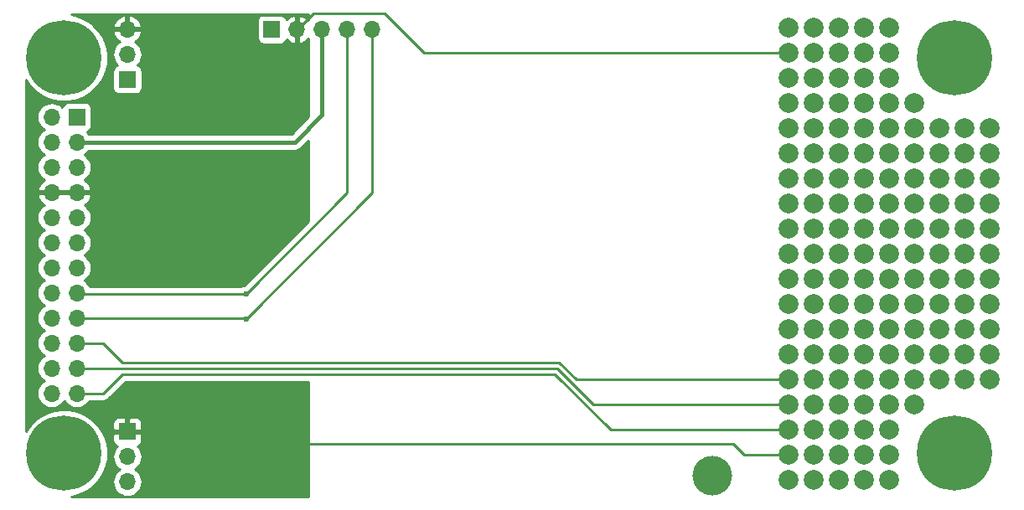
<source format=gbr>
G04 #@! TF.FileFunction,Copper,L2,Bot,Signal*
%FSLAX46Y46*%
G04 Gerber Fmt 4.6, Leading zero omitted, Abs format (unit mm)*
G04 Created by KiCad (PCBNEW 4.0.6) date 06/28/17 13:30:46*
%MOMM*%
%LPD*%
G01*
G04 APERTURE LIST*
%ADD10C,0.100000*%
%ADD11C,4.000000*%
%ADD12C,2.000000*%
%ADD13R,1.700000X1.700000*%
%ADD14O,1.700000X1.700000*%
%ADD15C,7.600000*%
%ADD16C,0.600000*%
%ADD17C,0.450000*%
%ADD18C,0.250000*%
%ADD19C,0.254000*%
G04 APERTURE END LIST*
D10*
D11*
X166090000Y-122830000D03*
D12*
X183960000Y-123320000D03*
X181420000Y-123320000D03*
X178880000Y-123320000D03*
X176340000Y-123320000D03*
X173800000Y-123320000D03*
X183960000Y-120780000D03*
X181420000Y-120780000D03*
X178880000Y-120780000D03*
X176340000Y-120780000D03*
X173800000Y-120780000D03*
X183960000Y-118240000D03*
X181420000Y-118240000D03*
X178880000Y-118240000D03*
X176340000Y-118240000D03*
X173800000Y-118240000D03*
X186500000Y-115700000D03*
X183960000Y-115700000D03*
X181420000Y-115700000D03*
X178880000Y-115700000D03*
X176340000Y-115700000D03*
X173800000Y-115700000D03*
X194120000Y-113160000D03*
X191580000Y-113160000D03*
X189040000Y-113160000D03*
X186500000Y-113160000D03*
X183960000Y-113160000D03*
X181420000Y-113160000D03*
X178880000Y-113160000D03*
X176340000Y-113160000D03*
X173800000Y-113160000D03*
X194120000Y-110620000D03*
X191580000Y-110620000D03*
X189040000Y-110620000D03*
X186500000Y-110620000D03*
X183960000Y-110620000D03*
X181420000Y-110620000D03*
X178880000Y-110620000D03*
X176340000Y-110620000D03*
X173800000Y-110620000D03*
X194120000Y-108080000D03*
X191580000Y-108080000D03*
X189040000Y-108080000D03*
X186500000Y-108080000D03*
X183960000Y-108080000D03*
X181420000Y-108080000D03*
X178880000Y-108080000D03*
X176340000Y-108080000D03*
X173800000Y-108080000D03*
X194120000Y-105540000D03*
X191580000Y-105540000D03*
X189040000Y-105540000D03*
X186500000Y-105540000D03*
X183960000Y-105540000D03*
X181420000Y-105540000D03*
X178880000Y-105540000D03*
X176340000Y-105540000D03*
X173800000Y-105540000D03*
X194120000Y-103000000D03*
X191580000Y-103000000D03*
X189040000Y-103000000D03*
X186500000Y-103000000D03*
X183960000Y-103000000D03*
X181420000Y-103000000D03*
X178880000Y-103000000D03*
X176340000Y-103000000D03*
X173800000Y-103000000D03*
X194120000Y-100460000D03*
X191580000Y-100460000D03*
X189040000Y-100460000D03*
X186500000Y-100460000D03*
X183960000Y-100460000D03*
X181420000Y-100460000D03*
X178880000Y-100460000D03*
X176340000Y-100460000D03*
X173800000Y-100460000D03*
X194120000Y-97920000D03*
X191580000Y-97920000D03*
X189040000Y-97920000D03*
X186500000Y-97920000D03*
X183960000Y-97920000D03*
X181420000Y-97920000D03*
X178880000Y-97920000D03*
X176340000Y-97920000D03*
X173800000Y-97920000D03*
X194120000Y-95380000D03*
X191580000Y-95380000D03*
X189040000Y-95380000D03*
X186500000Y-95380000D03*
X183960000Y-95380000D03*
X181420000Y-95380000D03*
X178880000Y-95380000D03*
X176340000Y-95380000D03*
X173800000Y-95380000D03*
X194120000Y-92840000D03*
X191580000Y-92840000D03*
X189040000Y-92840000D03*
X186500000Y-92840000D03*
X183960000Y-92840000D03*
X181420000Y-92840000D03*
X178880000Y-92840000D03*
X176340000Y-92840000D03*
X173800000Y-92840000D03*
X194120000Y-90300000D03*
X191580000Y-90300000D03*
X189040000Y-90300000D03*
X186500000Y-90300000D03*
X183960000Y-90300000D03*
X181420000Y-90300000D03*
X178880000Y-90300000D03*
X176340000Y-90300000D03*
X173800000Y-90300000D03*
X194120000Y-87760000D03*
X191580000Y-87760000D03*
X189040000Y-87760000D03*
X186500000Y-87760000D03*
X183960000Y-87760000D03*
X181420000Y-87760000D03*
X178880000Y-87760000D03*
X176340000Y-87760000D03*
X173800000Y-87760000D03*
X186500000Y-85220000D03*
X183960000Y-85220000D03*
X181420000Y-85220000D03*
X178880000Y-85220000D03*
X176340000Y-85220000D03*
X173800000Y-85220000D03*
X183960000Y-82680000D03*
X181420000Y-82680000D03*
X178880000Y-82680000D03*
X176340000Y-82680000D03*
X173800000Y-82680000D03*
X183960000Y-80140000D03*
X181420000Y-80140000D03*
X178880000Y-80140000D03*
X176340000Y-80140000D03*
X173800000Y-80140000D03*
X183960000Y-77600000D03*
X181420000Y-77600000D03*
X178880000Y-77600000D03*
X176340000Y-77600000D03*
D13*
X101900000Y-86600000D03*
D14*
X99360000Y-86600000D03*
X101900000Y-89140000D03*
X99360000Y-89140000D03*
X101900000Y-91680000D03*
X99360000Y-91680000D03*
X101900000Y-94220000D03*
X99360000Y-94220000D03*
X101900000Y-96760000D03*
X99360000Y-96760000D03*
X101900000Y-99300000D03*
X99360000Y-99300000D03*
X101900000Y-101840000D03*
X99360000Y-101840000D03*
X101900000Y-104380000D03*
X99360000Y-104380000D03*
X101900000Y-106920000D03*
X99360000Y-106920000D03*
X101900000Y-109460000D03*
X99360000Y-109460000D03*
X101900000Y-112000000D03*
X99360000Y-112000000D03*
X101900000Y-114540000D03*
X99360000Y-114540000D03*
D13*
X107000000Y-82800000D03*
D14*
X107000000Y-80260000D03*
X107000000Y-77720000D03*
D13*
X121600000Y-77740000D03*
D14*
X124140000Y-77740000D03*
X126680000Y-77740000D03*
X129220000Y-77740000D03*
X131760000Y-77740000D03*
D13*
X107000000Y-118400000D03*
D14*
X107000000Y-120940000D03*
X107000000Y-123480000D03*
D15*
X190600000Y-80600000D03*
X190600000Y-120600000D03*
X100600000Y-120600000D03*
X100600000Y-80600000D03*
D12*
X173800000Y-77600000D03*
D16*
X111300000Y-84900000D03*
X120200000Y-116700000D03*
X123300000Y-116100000D03*
X116800000Y-120500000D03*
X118800000Y-78100000D03*
X119000000Y-107000000D03*
X119000000Y-104500000D03*
D17*
X126680000Y-77740000D02*
X126680000Y-86380000D01*
X123920000Y-89140000D02*
X101900000Y-89140000D01*
X126680000Y-86380000D02*
X123920000Y-89140000D01*
D18*
X124140000Y-77740000D02*
X124180000Y-77740000D01*
X124180000Y-77740000D02*
X125780000Y-76140000D01*
X137020000Y-80140000D02*
X173800000Y-80140000D01*
X133020000Y-76140000D02*
X137020000Y-80140000D01*
X125780000Y-76140000D02*
X133020000Y-76140000D01*
X173800000Y-120780000D02*
X169310000Y-120780000D01*
X121970000Y-119660000D02*
X121920000Y-119710000D01*
X168190000Y-119660000D02*
X121970000Y-119660000D01*
X169310000Y-120780000D02*
X168190000Y-119660000D01*
X124140000Y-77740000D02*
X124140000Y-77260000D01*
X131760000Y-77740000D02*
X131760000Y-94240000D01*
X131760000Y-94240000D02*
X119000000Y-107000000D01*
X101900000Y-106920000D02*
X118920000Y-106920000D01*
X118920000Y-106920000D02*
X119000000Y-107000000D01*
X101900000Y-106920000D02*
X101900000Y-106900000D01*
X102020000Y-104500000D02*
X119000000Y-104500000D01*
X129220000Y-94280000D02*
X119000000Y-104500000D01*
X129220000Y-94280000D02*
X129220000Y-77740000D01*
X102020000Y-104500000D02*
X101900000Y-104380000D01*
X101900000Y-109460000D02*
X104560000Y-109460000D01*
X152360000Y-113160000D02*
X173800000Y-113160000D01*
X150600000Y-111400000D02*
X152360000Y-113160000D01*
X106500000Y-111400000D02*
X150600000Y-111400000D01*
X104560000Y-109460000D02*
X106500000Y-111400000D01*
X140800000Y-112000000D02*
X150400000Y-112000000D01*
X154100000Y-115700000D02*
X173800000Y-115700000D01*
X150400000Y-112000000D02*
X154100000Y-115700000D01*
X101900000Y-112000000D02*
X140800000Y-112000000D01*
X141100000Y-112600000D02*
X150200000Y-112600000D01*
X155840000Y-118240000D02*
X173800000Y-118240000D01*
X150200000Y-112600000D02*
X155840000Y-118240000D01*
X101900000Y-114540000D02*
X104560000Y-114540000D01*
X106500000Y-112600000D02*
X141100000Y-112600000D01*
X104560000Y-114540000D02*
X106500000Y-112600000D01*
X101900000Y-114540000D02*
X102160000Y-114540000D01*
D19*
G36*
X125273000Y-76789664D02*
X125140269Y-76642412D01*
X124906920Y-76468359D01*
X124644099Y-76343175D01*
X124496890Y-76298524D01*
X124267000Y-76419845D01*
X124267000Y-77613000D01*
X124287000Y-77613000D01*
X124287000Y-77867000D01*
X124267000Y-77867000D01*
X124267000Y-79060155D01*
X124496890Y-79181476D01*
X124644099Y-79136825D01*
X124906920Y-79011641D01*
X125140269Y-78837588D01*
X125273000Y-78690336D01*
X125273000Y-86570776D01*
X123563776Y-88280000D01*
X103112096Y-88280000D01*
X102968177Y-88101000D01*
X102918349Y-88059189D01*
X103022634Y-88026894D01*
X103172559Y-87928100D01*
X103289025Y-87791450D01*
X103362810Y-87627763D01*
X103388072Y-87450000D01*
X103388072Y-85750000D01*
X103380008Y-85648879D01*
X103326894Y-85477366D01*
X103228100Y-85327441D01*
X103091450Y-85210975D01*
X102927763Y-85137190D01*
X102750000Y-85111928D01*
X101050000Y-85111928D01*
X100948879Y-85119992D01*
X100777366Y-85173106D01*
X100627441Y-85271900D01*
X100510975Y-85408550D01*
X100437198Y-85572220D01*
X100428177Y-85561000D01*
X100206161Y-85374706D01*
X99952189Y-85235084D01*
X99675934Y-85147451D01*
X99387919Y-85115145D01*
X99367185Y-85115000D01*
X99352815Y-85115000D01*
X99064377Y-85143282D01*
X98786925Y-85227049D01*
X98531029Y-85363112D01*
X98306433Y-85546287D01*
X98121694Y-85769599D01*
X97983848Y-86024539D01*
X97898146Y-86301399D01*
X97867851Y-86589633D01*
X97894118Y-86878261D01*
X97975947Y-87156291D01*
X98110220Y-87413131D01*
X98291823Y-87639000D01*
X98513839Y-87825294D01*
X98594247Y-87869498D01*
X98531029Y-87903112D01*
X98306433Y-88086287D01*
X98121694Y-88309599D01*
X97983848Y-88564539D01*
X97898146Y-88841399D01*
X97867851Y-89129633D01*
X97894118Y-89418261D01*
X97975947Y-89696291D01*
X98110220Y-89953131D01*
X98291823Y-90179000D01*
X98513839Y-90365294D01*
X98594247Y-90409498D01*
X98531029Y-90443112D01*
X98306433Y-90626287D01*
X98121694Y-90849599D01*
X97983848Y-91104539D01*
X97898146Y-91381399D01*
X97867851Y-91669633D01*
X97894118Y-91958261D01*
X97975947Y-92236291D01*
X98110220Y-92493131D01*
X98291823Y-92719000D01*
X98513839Y-92905294D01*
X98599889Y-92952600D01*
X98478645Y-93024822D01*
X98262412Y-93219731D01*
X98088359Y-93453080D01*
X97963175Y-93715901D01*
X97918524Y-93863110D01*
X98039845Y-94093000D01*
X99233000Y-94093000D01*
X99233000Y-94073000D01*
X99487000Y-94073000D01*
X99487000Y-94093000D01*
X101773000Y-94093000D01*
X101773000Y-94073000D01*
X102027000Y-94073000D01*
X102027000Y-94093000D01*
X103220155Y-94093000D01*
X103341476Y-93863110D01*
X103296825Y-93715901D01*
X103171641Y-93453080D01*
X102997588Y-93219731D01*
X102781355Y-93024822D01*
X102660910Y-92953077D01*
X102728971Y-92916888D01*
X102953567Y-92733713D01*
X103138306Y-92510401D01*
X103276152Y-92255461D01*
X103361854Y-91978601D01*
X103392149Y-91690367D01*
X103365882Y-91401739D01*
X103284053Y-91123709D01*
X103149780Y-90866869D01*
X102968177Y-90641000D01*
X102746161Y-90454706D01*
X102665753Y-90410502D01*
X102728971Y-90376888D01*
X102953567Y-90193713D01*
X103113820Y-90000000D01*
X123920000Y-90000000D01*
X123999008Y-89992253D01*
X124078198Y-89985325D01*
X124082546Y-89984062D01*
X124087042Y-89983621D01*
X124163073Y-89960666D01*
X124239376Y-89938498D01*
X124243389Y-89936418D01*
X124247721Y-89935110D01*
X124317862Y-89897815D01*
X124388390Y-89861257D01*
X124391927Y-89858434D01*
X124395917Y-89856312D01*
X124457457Y-89806121D01*
X124519562Y-89756543D01*
X124525858Y-89750334D01*
X124525985Y-89750231D01*
X124526082Y-89750114D01*
X124528112Y-89748112D01*
X125273000Y-89003224D01*
X125273000Y-97152198D01*
X118848128Y-103577070D01*
X118734733Y-103598701D01*
X118564722Y-103667390D01*
X118453763Y-103740000D01*
X103240291Y-103740000D01*
X103149780Y-103566869D01*
X102968177Y-103341000D01*
X102746161Y-103154706D01*
X102665753Y-103110502D01*
X102728971Y-103076888D01*
X102953567Y-102893713D01*
X103138306Y-102670401D01*
X103276152Y-102415461D01*
X103361854Y-102138601D01*
X103392149Y-101850367D01*
X103365882Y-101561739D01*
X103284053Y-101283709D01*
X103149780Y-101026869D01*
X102968177Y-100801000D01*
X102746161Y-100614706D01*
X102665753Y-100570502D01*
X102728971Y-100536888D01*
X102953567Y-100353713D01*
X103138306Y-100130401D01*
X103276152Y-99875461D01*
X103361854Y-99598601D01*
X103392149Y-99310367D01*
X103365882Y-99021739D01*
X103284053Y-98743709D01*
X103149780Y-98486869D01*
X102968177Y-98261000D01*
X102746161Y-98074706D01*
X102665753Y-98030502D01*
X102728971Y-97996888D01*
X102953567Y-97813713D01*
X103138306Y-97590401D01*
X103276152Y-97335461D01*
X103361854Y-97058601D01*
X103392149Y-96770367D01*
X103365882Y-96481739D01*
X103284053Y-96203709D01*
X103149780Y-95946869D01*
X102968177Y-95721000D01*
X102746161Y-95534706D01*
X102660111Y-95487400D01*
X102781355Y-95415178D01*
X102997588Y-95220269D01*
X103171641Y-94986920D01*
X103296825Y-94724099D01*
X103341476Y-94576890D01*
X103220155Y-94347000D01*
X102027000Y-94347000D01*
X102027000Y-94367000D01*
X101773000Y-94367000D01*
X101773000Y-94347000D01*
X99487000Y-94347000D01*
X99487000Y-94367000D01*
X99233000Y-94367000D01*
X99233000Y-94347000D01*
X98039845Y-94347000D01*
X97918524Y-94576890D01*
X97963175Y-94724099D01*
X98088359Y-94986920D01*
X98262412Y-95220269D01*
X98478645Y-95415178D01*
X98599090Y-95486923D01*
X98531029Y-95523112D01*
X98306433Y-95706287D01*
X98121694Y-95929599D01*
X97983848Y-96184539D01*
X97898146Y-96461399D01*
X97867851Y-96749633D01*
X97894118Y-97038261D01*
X97975947Y-97316291D01*
X98110220Y-97573131D01*
X98291823Y-97799000D01*
X98513839Y-97985294D01*
X98594247Y-98029498D01*
X98531029Y-98063112D01*
X98306433Y-98246287D01*
X98121694Y-98469599D01*
X97983848Y-98724539D01*
X97898146Y-99001399D01*
X97867851Y-99289633D01*
X97894118Y-99578261D01*
X97975947Y-99856291D01*
X98110220Y-100113131D01*
X98291823Y-100339000D01*
X98513839Y-100525294D01*
X98594247Y-100569498D01*
X98531029Y-100603112D01*
X98306433Y-100786287D01*
X98121694Y-101009599D01*
X97983848Y-101264539D01*
X97898146Y-101541399D01*
X97867851Y-101829633D01*
X97894118Y-102118261D01*
X97975947Y-102396291D01*
X98110220Y-102653131D01*
X98291823Y-102879000D01*
X98513839Y-103065294D01*
X98594247Y-103109498D01*
X98531029Y-103143112D01*
X98306433Y-103326287D01*
X98121694Y-103549599D01*
X97983848Y-103804539D01*
X97898146Y-104081399D01*
X97867851Y-104369633D01*
X97894118Y-104658261D01*
X97975947Y-104936291D01*
X98110220Y-105193131D01*
X98291823Y-105419000D01*
X98513839Y-105605294D01*
X98594247Y-105649498D01*
X98531029Y-105683112D01*
X98306433Y-105866287D01*
X98121694Y-106089599D01*
X97983848Y-106344539D01*
X97898146Y-106621399D01*
X97867851Y-106909633D01*
X97894118Y-107198261D01*
X97975947Y-107476291D01*
X98110220Y-107733131D01*
X98291823Y-107959000D01*
X98513839Y-108145294D01*
X98594247Y-108189498D01*
X98531029Y-108223112D01*
X98306433Y-108406287D01*
X98121694Y-108629599D01*
X97983848Y-108884539D01*
X97898146Y-109161399D01*
X97867851Y-109449633D01*
X97894118Y-109738261D01*
X97975947Y-110016291D01*
X98110220Y-110273131D01*
X98291823Y-110499000D01*
X98513839Y-110685294D01*
X98594247Y-110729498D01*
X98531029Y-110763112D01*
X98306433Y-110946287D01*
X98121694Y-111169599D01*
X97983848Y-111424539D01*
X97898146Y-111701399D01*
X97867851Y-111989633D01*
X97894118Y-112278261D01*
X97975947Y-112556291D01*
X98110220Y-112813131D01*
X98291823Y-113039000D01*
X98513839Y-113225294D01*
X98594247Y-113269498D01*
X98531029Y-113303112D01*
X98306433Y-113486287D01*
X98121694Y-113709599D01*
X97983848Y-113964539D01*
X97898146Y-114241399D01*
X97867851Y-114529633D01*
X97894118Y-114818261D01*
X97975947Y-115096291D01*
X98110220Y-115353131D01*
X98291823Y-115579000D01*
X98513839Y-115765294D01*
X98767811Y-115904916D01*
X99044066Y-115992549D01*
X99332081Y-116024855D01*
X99352815Y-116025000D01*
X99367185Y-116025000D01*
X99655623Y-115996718D01*
X99933075Y-115912951D01*
X100188971Y-115776888D01*
X100413567Y-115593713D01*
X100598306Y-115370401D01*
X100629290Y-115313097D01*
X100650220Y-115353131D01*
X100831823Y-115579000D01*
X101053839Y-115765294D01*
X101307811Y-115904916D01*
X101584066Y-115992549D01*
X101872081Y-116024855D01*
X101892815Y-116025000D01*
X101907185Y-116025000D01*
X102195623Y-115996718D01*
X102473075Y-115912951D01*
X102728971Y-115776888D01*
X102953567Y-115593713D01*
X103138306Y-115370401D01*
X103176372Y-115300000D01*
X104560000Y-115300000D01*
X104629877Y-115293149D01*
X104699803Y-115287031D01*
X104703641Y-115285916D01*
X104707618Y-115285526D01*
X104774821Y-115265236D01*
X104842240Y-115245649D01*
X104845788Y-115243810D01*
X104849613Y-115242655D01*
X104911591Y-115209701D01*
X104973925Y-115177390D01*
X104977048Y-115174897D01*
X104980578Y-115173020D01*
X105034987Y-115128645D01*
X105089846Y-115084852D01*
X105095406Y-115079369D01*
X105095522Y-115079274D01*
X105095611Y-115079166D01*
X105097401Y-115077401D01*
X106814802Y-113360000D01*
X125273000Y-113360000D01*
X125273000Y-124973000D01*
X101340726Y-124973000D01*
X101798430Y-124892294D01*
X102609317Y-124577772D01*
X103343670Y-124111738D01*
X103973517Y-123511942D01*
X104474869Y-122801232D01*
X104828627Y-122006677D01*
X105021318Y-121158542D01*
X105024514Y-120929633D01*
X105507851Y-120929633D01*
X105534118Y-121218261D01*
X105615947Y-121496291D01*
X105750220Y-121753131D01*
X105931823Y-121979000D01*
X106153839Y-122165294D01*
X106234247Y-122209498D01*
X106171029Y-122243112D01*
X105946433Y-122426287D01*
X105761694Y-122649599D01*
X105623848Y-122904539D01*
X105538146Y-123181399D01*
X105507851Y-123469633D01*
X105534118Y-123758261D01*
X105615947Y-124036291D01*
X105750220Y-124293131D01*
X105931823Y-124519000D01*
X106153839Y-124705294D01*
X106407811Y-124844916D01*
X106684066Y-124932549D01*
X106972081Y-124964855D01*
X106992815Y-124965000D01*
X107007185Y-124965000D01*
X107295623Y-124936718D01*
X107573075Y-124852951D01*
X107828971Y-124716888D01*
X108053567Y-124533713D01*
X108238306Y-124310401D01*
X108376152Y-124055461D01*
X108461854Y-123778601D01*
X108492149Y-123490367D01*
X108465882Y-123201739D01*
X108384053Y-122923709D01*
X108249780Y-122666869D01*
X108068177Y-122441000D01*
X107846161Y-122254706D01*
X107765753Y-122210502D01*
X107828971Y-122176888D01*
X108053567Y-121993713D01*
X108238306Y-121770401D01*
X108376152Y-121515461D01*
X108461854Y-121238601D01*
X108492149Y-120950367D01*
X108465882Y-120661739D01*
X108384053Y-120383709D01*
X108249780Y-120126869D01*
X108068177Y-119901000D01*
X108022939Y-119863041D01*
X108035223Y-119860597D01*
X108150785Y-119812730D01*
X108254789Y-119743237D01*
X108343237Y-119654789D01*
X108412730Y-119550785D01*
X108460597Y-119435223D01*
X108485000Y-119312542D01*
X108485000Y-118685750D01*
X108326250Y-118527000D01*
X107127000Y-118527000D01*
X107127000Y-118547000D01*
X106873000Y-118547000D01*
X106873000Y-118527000D01*
X105673750Y-118527000D01*
X105515000Y-118685750D01*
X105515000Y-119312542D01*
X105539403Y-119435223D01*
X105587270Y-119550785D01*
X105656763Y-119654789D01*
X105745211Y-119743237D01*
X105849215Y-119812730D01*
X105964777Y-119860597D01*
X105975353Y-119862701D01*
X105946433Y-119886287D01*
X105761694Y-120109599D01*
X105623848Y-120364539D01*
X105538146Y-120641399D01*
X105507851Y-120929633D01*
X105024514Y-120929633D01*
X105035190Y-120165126D01*
X104866255Y-119311942D01*
X104534820Y-118507819D01*
X104053508Y-117783387D01*
X103759639Y-117487458D01*
X105515000Y-117487458D01*
X105515000Y-118114250D01*
X105673750Y-118273000D01*
X106873000Y-118273000D01*
X106873000Y-117073750D01*
X107127000Y-117073750D01*
X107127000Y-118273000D01*
X108326250Y-118273000D01*
X108485000Y-118114250D01*
X108485000Y-117487458D01*
X108460597Y-117364777D01*
X108412730Y-117249215D01*
X108343237Y-117145211D01*
X108254789Y-117056763D01*
X108150785Y-116987270D01*
X108035223Y-116939403D01*
X107912542Y-116915000D01*
X107285750Y-116915000D01*
X107127000Y-117073750D01*
X106873000Y-117073750D01*
X106714250Y-116915000D01*
X106087458Y-116915000D01*
X105964777Y-116939403D01*
X105849215Y-116987270D01*
X105745211Y-117056763D01*
X105656763Y-117145211D01*
X105587270Y-117249215D01*
X105539403Y-117364777D01*
X105515000Y-117487458D01*
X103759639Y-117487458D01*
X103440654Y-117166239D01*
X102719600Y-116679882D01*
X101917811Y-116342841D01*
X101065827Y-116167954D01*
X100196100Y-116161882D01*
X99341757Y-116324857D01*
X98535340Y-116650670D01*
X97807566Y-117126912D01*
X97186154Y-117735443D01*
X96727000Y-118406022D01*
X96727000Y-82777696D01*
X97107502Y-83368120D01*
X97711680Y-83993764D01*
X98425873Y-84490141D01*
X99222878Y-84838344D01*
X100072338Y-85025110D01*
X100941895Y-85043325D01*
X101798430Y-84892294D01*
X102609317Y-84577772D01*
X103343670Y-84111738D01*
X103973517Y-83511942D01*
X104474869Y-82801232D01*
X104828627Y-82006677D01*
X105021318Y-81158542D01*
X105034009Y-80249633D01*
X105507851Y-80249633D01*
X105534118Y-80538261D01*
X105615947Y-80816291D01*
X105750220Y-81073131D01*
X105931823Y-81299000D01*
X105981651Y-81340811D01*
X105877366Y-81373106D01*
X105727441Y-81471900D01*
X105610975Y-81608550D01*
X105537190Y-81772237D01*
X105511928Y-81950000D01*
X105511928Y-83650000D01*
X105519992Y-83751121D01*
X105573106Y-83922634D01*
X105671900Y-84072559D01*
X105808550Y-84189025D01*
X105972237Y-84262810D01*
X106150000Y-84288072D01*
X107850000Y-84288072D01*
X107951121Y-84280008D01*
X108122634Y-84226894D01*
X108272559Y-84128100D01*
X108389025Y-83991450D01*
X108462810Y-83827763D01*
X108488072Y-83650000D01*
X108488072Y-81950000D01*
X108480008Y-81848879D01*
X108426894Y-81677366D01*
X108328100Y-81527441D01*
X108191450Y-81410975D01*
X108027763Y-81337190D01*
X108025224Y-81336829D01*
X108053567Y-81313713D01*
X108238306Y-81090401D01*
X108376152Y-80835461D01*
X108461854Y-80558601D01*
X108492149Y-80270367D01*
X108465882Y-79981739D01*
X108384053Y-79703709D01*
X108249780Y-79446869D01*
X108068177Y-79221000D01*
X107846161Y-79034706D01*
X107760111Y-78987400D01*
X107881355Y-78915178D01*
X108097588Y-78720269D01*
X108271641Y-78486920D01*
X108396825Y-78224099D01*
X108441476Y-78076890D01*
X108320155Y-77847000D01*
X107127000Y-77847000D01*
X107127000Y-77867000D01*
X106873000Y-77867000D01*
X106873000Y-77847000D01*
X105679845Y-77847000D01*
X105558524Y-78076890D01*
X105603175Y-78224099D01*
X105728359Y-78486920D01*
X105902412Y-78720269D01*
X106118645Y-78915178D01*
X106239090Y-78986923D01*
X106171029Y-79023112D01*
X105946433Y-79206287D01*
X105761694Y-79429599D01*
X105623848Y-79684539D01*
X105538146Y-79961399D01*
X105507851Y-80249633D01*
X105034009Y-80249633D01*
X105035190Y-80165126D01*
X104866255Y-79311942D01*
X104534820Y-78507819D01*
X104053508Y-77783387D01*
X103636156Y-77363110D01*
X105558524Y-77363110D01*
X105679845Y-77593000D01*
X106873000Y-77593000D01*
X106873000Y-76399186D01*
X107127000Y-76399186D01*
X107127000Y-77593000D01*
X108320155Y-77593000D01*
X108441476Y-77363110D01*
X108396825Y-77215901D01*
X108271641Y-76953080D01*
X108224591Y-76890000D01*
X120111928Y-76890000D01*
X120111928Y-78590000D01*
X120119992Y-78691121D01*
X120173106Y-78862634D01*
X120271900Y-79012559D01*
X120408550Y-79129025D01*
X120572237Y-79202810D01*
X120750000Y-79228072D01*
X122450000Y-79228072D01*
X122551121Y-79220008D01*
X122722634Y-79166894D01*
X122872559Y-79068100D01*
X122989025Y-78931450D01*
X123062810Y-78767763D01*
X123064714Y-78754364D01*
X123139731Y-78837588D01*
X123373080Y-79011641D01*
X123635901Y-79136825D01*
X123783110Y-79181476D01*
X124013000Y-79060155D01*
X124013000Y-77867000D01*
X123993000Y-77867000D01*
X123993000Y-77613000D01*
X124013000Y-77613000D01*
X124013000Y-76419845D01*
X123783110Y-76298524D01*
X123635901Y-76343175D01*
X123373080Y-76468359D01*
X123139731Y-76642412D01*
X123061520Y-76729179D01*
X123026894Y-76617366D01*
X122928100Y-76467441D01*
X122791450Y-76350975D01*
X122627763Y-76277190D01*
X122450000Y-76251928D01*
X120750000Y-76251928D01*
X120648879Y-76259992D01*
X120477366Y-76313106D01*
X120327441Y-76411900D01*
X120210975Y-76548550D01*
X120137190Y-76712237D01*
X120111928Y-76890000D01*
X108224591Y-76890000D01*
X108097588Y-76719731D01*
X107881355Y-76524822D01*
X107631252Y-76375843D01*
X107356891Y-76278519D01*
X107127000Y-76399186D01*
X106873000Y-76399186D01*
X106643109Y-76278519D01*
X106368748Y-76375843D01*
X106118645Y-76524822D01*
X105902412Y-76719731D01*
X105728359Y-76953080D01*
X105603175Y-77215901D01*
X105558524Y-77363110D01*
X103636156Y-77363110D01*
X103440654Y-77166239D01*
X102719600Y-76679882D01*
X101917811Y-76342841D01*
X101353477Y-76227000D01*
X125273000Y-76227000D01*
X125273000Y-76789664D01*
X125273000Y-76789664D01*
G37*
X125273000Y-76789664D02*
X125140269Y-76642412D01*
X124906920Y-76468359D01*
X124644099Y-76343175D01*
X124496890Y-76298524D01*
X124267000Y-76419845D01*
X124267000Y-77613000D01*
X124287000Y-77613000D01*
X124287000Y-77867000D01*
X124267000Y-77867000D01*
X124267000Y-79060155D01*
X124496890Y-79181476D01*
X124644099Y-79136825D01*
X124906920Y-79011641D01*
X125140269Y-78837588D01*
X125273000Y-78690336D01*
X125273000Y-86570776D01*
X123563776Y-88280000D01*
X103112096Y-88280000D01*
X102968177Y-88101000D01*
X102918349Y-88059189D01*
X103022634Y-88026894D01*
X103172559Y-87928100D01*
X103289025Y-87791450D01*
X103362810Y-87627763D01*
X103388072Y-87450000D01*
X103388072Y-85750000D01*
X103380008Y-85648879D01*
X103326894Y-85477366D01*
X103228100Y-85327441D01*
X103091450Y-85210975D01*
X102927763Y-85137190D01*
X102750000Y-85111928D01*
X101050000Y-85111928D01*
X100948879Y-85119992D01*
X100777366Y-85173106D01*
X100627441Y-85271900D01*
X100510975Y-85408550D01*
X100437198Y-85572220D01*
X100428177Y-85561000D01*
X100206161Y-85374706D01*
X99952189Y-85235084D01*
X99675934Y-85147451D01*
X99387919Y-85115145D01*
X99367185Y-85115000D01*
X99352815Y-85115000D01*
X99064377Y-85143282D01*
X98786925Y-85227049D01*
X98531029Y-85363112D01*
X98306433Y-85546287D01*
X98121694Y-85769599D01*
X97983848Y-86024539D01*
X97898146Y-86301399D01*
X97867851Y-86589633D01*
X97894118Y-86878261D01*
X97975947Y-87156291D01*
X98110220Y-87413131D01*
X98291823Y-87639000D01*
X98513839Y-87825294D01*
X98594247Y-87869498D01*
X98531029Y-87903112D01*
X98306433Y-88086287D01*
X98121694Y-88309599D01*
X97983848Y-88564539D01*
X97898146Y-88841399D01*
X97867851Y-89129633D01*
X97894118Y-89418261D01*
X97975947Y-89696291D01*
X98110220Y-89953131D01*
X98291823Y-90179000D01*
X98513839Y-90365294D01*
X98594247Y-90409498D01*
X98531029Y-90443112D01*
X98306433Y-90626287D01*
X98121694Y-90849599D01*
X97983848Y-91104539D01*
X97898146Y-91381399D01*
X97867851Y-91669633D01*
X97894118Y-91958261D01*
X97975947Y-92236291D01*
X98110220Y-92493131D01*
X98291823Y-92719000D01*
X98513839Y-92905294D01*
X98599889Y-92952600D01*
X98478645Y-93024822D01*
X98262412Y-93219731D01*
X98088359Y-93453080D01*
X97963175Y-93715901D01*
X97918524Y-93863110D01*
X98039845Y-94093000D01*
X99233000Y-94093000D01*
X99233000Y-94073000D01*
X99487000Y-94073000D01*
X99487000Y-94093000D01*
X101773000Y-94093000D01*
X101773000Y-94073000D01*
X102027000Y-94073000D01*
X102027000Y-94093000D01*
X103220155Y-94093000D01*
X103341476Y-93863110D01*
X103296825Y-93715901D01*
X103171641Y-93453080D01*
X102997588Y-93219731D01*
X102781355Y-93024822D01*
X102660910Y-92953077D01*
X102728971Y-92916888D01*
X102953567Y-92733713D01*
X103138306Y-92510401D01*
X103276152Y-92255461D01*
X103361854Y-91978601D01*
X103392149Y-91690367D01*
X103365882Y-91401739D01*
X103284053Y-91123709D01*
X103149780Y-90866869D01*
X102968177Y-90641000D01*
X102746161Y-90454706D01*
X102665753Y-90410502D01*
X102728971Y-90376888D01*
X102953567Y-90193713D01*
X103113820Y-90000000D01*
X123920000Y-90000000D01*
X123999008Y-89992253D01*
X124078198Y-89985325D01*
X124082546Y-89984062D01*
X124087042Y-89983621D01*
X124163073Y-89960666D01*
X124239376Y-89938498D01*
X124243389Y-89936418D01*
X124247721Y-89935110D01*
X124317862Y-89897815D01*
X124388390Y-89861257D01*
X124391927Y-89858434D01*
X124395917Y-89856312D01*
X124457457Y-89806121D01*
X124519562Y-89756543D01*
X124525858Y-89750334D01*
X124525985Y-89750231D01*
X124526082Y-89750114D01*
X124528112Y-89748112D01*
X125273000Y-89003224D01*
X125273000Y-97152198D01*
X118848128Y-103577070D01*
X118734733Y-103598701D01*
X118564722Y-103667390D01*
X118453763Y-103740000D01*
X103240291Y-103740000D01*
X103149780Y-103566869D01*
X102968177Y-103341000D01*
X102746161Y-103154706D01*
X102665753Y-103110502D01*
X102728971Y-103076888D01*
X102953567Y-102893713D01*
X103138306Y-102670401D01*
X103276152Y-102415461D01*
X103361854Y-102138601D01*
X103392149Y-101850367D01*
X103365882Y-101561739D01*
X103284053Y-101283709D01*
X103149780Y-101026869D01*
X102968177Y-100801000D01*
X102746161Y-100614706D01*
X102665753Y-100570502D01*
X102728971Y-100536888D01*
X102953567Y-100353713D01*
X103138306Y-100130401D01*
X103276152Y-99875461D01*
X103361854Y-99598601D01*
X103392149Y-99310367D01*
X103365882Y-99021739D01*
X103284053Y-98743709D01*
X103149780Y-98486869D01*
X102968177Y-98261000D01*
X102746161Y-98074706D01*
X102665753Y-98030502D01*
X102728971Y-97996888D01*
X102953567Y-97813713D01*
X103138306Y-97590401D01*
X103276152Y-97335461D01*
X103361854Y-97058601D01*
X103392149Y-96770367D01*
X103365882Y-96481739D01*
X103284053Y-96203709D01*
X103149780Y-95946869D01*
X102968177Y-95721000D01*
X102746161Y-95534706D01*
X102660111Y-95487400D01*
X102781355Y-95415178D01*
X102997588Y-95220269D01*
X103171641Y-94986920D01*
X103296825Y-94724099D01*
X103341476Y-94576890D01*
X103220155Y-94347000D01*
X102027000Y-94347000D01*
X102027000Y-94367000D01*
X101773000Y-94367000D01*
X101773000Y-94347000D01*
X99487000Y-94347000D01*
X99487000Y-94367000D01*
X99233000Y-94367000D01*
X99233000Y-94347000D01*
X98039845Y-94347000D01*
X97918524Y-94576890D01*
X97963175Y-94724099D01*
X98088359Y-94986920D01*
X98262412Y-95220269D01*
X98478645Y-95415178D01*
X98599090Y-95486923D01*
X98531029Y-95523112D01*
X98306433Y-95706287D01*
X98121694Y-95929599D01*
X97983848Y-96184539D01*
X97898146Y-96461399D01*
X97867851Y-96749633D01*
X97894118Y-97038261D01*
X97975947Y-97316291D01*
X98110220Y-97573131D01*
X98291823Y-97799000D01*
X98513839Y-97985294D01*
X98594247Y-98029498D01*
X98531029Y-98063112D01*
X98306433Y-98246287D01*
X98121694Y-98469599D01*
X97983848Y-98724539D01*
X97898146Y-99001399D01*
X97867851Y-99289633D01*
X97894118Y-99578261D01*
X97975947Y-99856291D01*
X98110220Y-100113131D01*
X98291823Y-100339000D01*
X98513839Y-100525294D01*
X98594247Y-100569498D01*
X98531029Y-100603112D01*
X98306433Y-100786287D01*
X98121694Y-101009599D01*
X97983848Y-101264539D01*
X97898146Y-101541399D01*
X97867851Y-101829633D01*
X97894118Y-102118261D01*
X97975947Y-102396291D01*
X98110220Y-102653131D01*
X98291823Y-102879000D01*
X98513839Y-103065294D01*
X98594247Y-103109498D01*
X98531029Y-103143112D01*
X98306433Y-103326287D01*
X98121694Y-103549599D01*
X97983848Y-103804539D01*
X97898146Y-104081399D01*
X97867851Y-104369633D01*
X97894118Y-104658261D01*
X97975947Y-104936291D01*
X98110220Y-105193131D01*
X98291823Y-105419000D01*
X98513839Y-105605294D01*
X98594247Y-105649498D01*
X98531029Y-105683112D01*
X98306433Y-105866287D01*
X98121694Y-106089599D01*
X97983848Y-106344539D01*
X97898146Y-106621399D01*
X97867851Y-106909633D01*
X97894118Y-107198261D01*
X97975947Y-107476291D01*
X98110220Y-107733131D01*
X98291823Y-107959000D01*
X98513839Y-108145294D01*
X98594247Y-108189498D01*
X98531029Y-108223112D01*
X98306433Y-108406287D01*
X98121694Y-108629599D01*
X97983848Y-108884539D01*
X97898146Y-109161399D01*
X97867851Y-109449633D01*
X97894118Y-109738261D01*
X97975947Y-110016291D01*
X98110220Y-110273131D01*
X98291823Y-110499000D01*
X98513839Y-110685294D01*
X98594247Y-110729498D01*
X98531029Y-110763112D01*
X98306433Y-110946287D01*
X98121694Y-111169599D01*
X97983848Y-111424539D01*
X97898146Y-111701399D01*
X97867851Y-111989633D01*
X97894118Y-112278261D01*
X97975947Y-112556291D01*
X98110220Y-112813131D01*
X98291823Y-113039000D01*
X98513839Y-113225294D01*
X98594247Y-113269498D01*
X98531029Y-113303112D01*
X98306433Y-113486287D01*
X98121694Y-113709599D01*
X97983848Y-113964539D01*
X97898146Y-114241399D01*
X97867851Y-114529633D01*
X97894118Y-114818261D01*
X97975947Y-115096291D01*
X98110220Y-115353131D01*
X98291823Y-115579000D01*
X98513839Y-115765294D01*
X98767811Y-115904916D01*
X99044066Y-115992549D01*
X99332081Y-116024855D01*
X99352815Y-116025000D01*
X99367185Y-116025000D01*
X99655623Y-115996718D01*
X99933075Y-115912951D01*
X100188971Y-115776888D01*
X100413567Y-115593713D01*
X100598306Y-115370401D01*
X100629290Y-115313097D01*
X100650220Y-115353131D01*
X100831823Y-115579000D01*
X101053839Y-115765294D01*
X101307811Y-115904916D01*
X101584066Y-115992549D01*
X101872081Y-116024855D01*
X101892815Y-116025000D01*
X101907185Y-116025000D01*
X102195623Y-115996718D01*
X102473075Y-115912951D01*
X102728971Y-115776888D01*
X102953567Y-115593713D01*
X103138306Y-115370401D01*
X103176372Y-115300000D01*
X104560000Y-115300000D01*
X104629877Y-115293149D01*
X104699803Y-115287031D01*
X104703641Y-115285916D01*
X104707618Y-115285526D01*
X104774821Y-115265236D01*
X104842240Y-115245649D01*
X104845788Y-115243810D01*
X104849613Y-115242655D01*
X104911591Y-115209701D01*
X104973925Y-115177390D01*
X104977048Y-115174897D01*
X104980578Y-115173020D01*
X105034987Y-115128645D01*
X105089846Y-115084852D01*
X105095406Y-115079369D01*
X105095522Y-115079274D01*
X105095611Y-115079166D01*
X105097401Y-115077401D01*
X106814802Y-113360000D01*
X125273000Y-113360000D01*
X125273000Y-124973000D01*
X101340726Y-124973000D01*
X101798430Y-124892294D01*
X102609317Y-124577772D01*
X103343670Y-124111738D01*
X103973517Y-123511942D01*
X104474869Y-122801232D01*
X104828627Y-122006677D01*
X105021318Y-121158542D01*
X105024514Y-120929633D01*
X105507851Y-120929633D01*
X105534118Y-121218261D01*
X105615947Y-121496291D01*
X105750220Y-121753131D01*
X105931823Y-121979000D01*
X106153839Y-122165294D01*
X106234247Y-122209498D01*
X106171029Y-122243112D01*
X105946433Y-122426287D01*
X105761694Y-122649599D01*
X105623848Y-122904539D01*
X105538146Y-123181399D01*
X105507851Y-123469633D01*
X105534118Y-123758261D01*
X105615947Y-124036291D01*
X105750220Y-124293131D01*
X105931823Y-124519000D01*
X106153839Y-124705294D01*
X106407811Y-124844916D01*
X106684066Y-124932549D01*
X106972081Y-124964855D01*
X106992815Y-124965000D01*
X107007185Y-124965000D01*
X107295623Y-124936718D01*
X107573075Y-124852951D01*
X107828971Y-124716888D01*
X108053567Y-124533713D01*
X108238306Y-124310401D01*
X108376152Y-124055461D01*
X108461854Y-123778601D01*
X108492149Y-123490367D01*
X108465882Y-123201739D01*
X108384053Y-122923709D01*
X108249780Y-122666869D01*
X108068177Y-122441000D01*
X107846161Y-122254706D01*
X107765753Y-122210502D01*
X107828971Y-122176888D01*
X108053567Y-121993713D01*
X108238306Y-121770401D01*
X108376152Y-121515461D01*
X108461854Y-121238601D01*
X108492149Y-120950367D01*
X108465882Y-120661739D01*
X108384053Y-120383709D01*
X108249780Y-120126869D01*
X108068177Y-119901000D01*
X108022939Y-119863041D01*
X108035223Y-119860597D01*
X108150785Y-119812730D01*
X108254789Y-119743237D01*
X108343237Y-119654789D01*
X108412730Y-119550785D01*
X108460597Y-119435223D01*
X108485000Y-119312542D01*
X108485000Y-118685750D01*
X108326250Y-118527000D01*
X107127000Y-118527000D01*
X107127000Y-118547000D01*
X106873000Y-118547000D01*
X106873000Y-118527000D01*
X105673750Y-118527000D01*
X105515000Y-118685750D01*
X105515000Y-119312542D01*
X105539403Y-119435223D01*
X105587270Y-119550785D01*
X105656763Y-119654789D01*
X105745211Y-119743237D01*
X105849215Y-119812730D01*
X105964777Y-119860597D01*
X105975353Y-119862701D01*
X105946433Y-119886287D01*
X105761694Y-120109599D01*
X105623848Y-120364539D01*
X105538146Y-120641399D01*
X105507851Y-120929633D01*
X105024514Y-120929633D01*
X105035190Y-120165126D01*
X104866255Y-119311942D01*
X104534820Y-118507819D01*
X104053508Y-117783387D01*
X103759639Y-117487458D01*
X105515000Y-117487458D01*
X105515000Y-118114250D01*
X105673750Y-118273000D01*
X106873000Y-118273000D01*
X106873000Y-117073750D01*
X107127000Y-117073750D01*
X107127000Y-118273000D01*
X108326250Y-118273000D01*
X108485000Y-118114250D01*
X108485000Y-117487458D01*
X108460597Y-117364777D01*
X108412730Y-117249215D01*
X108343237Y-117145211D01*
X108254789Y-117056763D01*
X108150785Y-116987270D01*
X108035223Y-116939403D01*
X107912542Y-116915000D01*
X107285750Y-116915000D01*
X107127000Y-117073750D01*
X106873000Y-117073750D01*
X106714250Y-116915000D01*
X106087458Y-116915000D01*
X105964777Y-116939403D01*
X105849215Y-116987270D01*
X105745211Y-117056763D01*
X105656763Y-117145211D01*
X105587270Y-117249215D01*
X105539403Y-117364777D01*
X105515000Y-117487458D01*
X103759639Y-117487458D01*
X103440654Y-117166239D01*
X102719600Y-116679882D01*
X101917811Y-116342841D01*
X101065827Y-116167954D01*
X100196100Y-116161882D01*
X99341757Y-116324857D01*
X98535340Y-116650670D01*
X97807566Y-117126912D01*
X97186154Y-117735443D01*
X96727000Y-118406022D01*
X96727000Y-82777696D01*
X97107502Y-83368120D01*
X97711680Y-83993764D01*
X98425873Y-84490141D01*
X99222878Y-84838344D01*
X100072338Y-85025110D01*
X100941895Y-85043325D01*
X101798430Y-84892294D01*
X102609317Y-84577772D01*
X103343670Y-84111738D01*
X103973517Y-83511942D01*
X104474869Y-82801232D01*
X104828627Y-82006677D01*
X105021318Y-81158542D01*
X105034009Y-80249633D01*
X105507851Y-80249633D01*
X105534118Y-80538261D01*
X105615947Y-80816291D01*
X105750220Y-81073131D01*
X105931823Y-81299000D01*
X105981651Y-81340811D01*
X105877366Y-81373106D01*
X105727441Y-81471900D01*
X105610975Y-81608550D01*
X105537190Y-81772237D01*
X105511928Y-81950000D01*
X105511928Y-83650000D01*
X105519992Y-83751121D01*
X105573106Y-83922634D01*
X105671900Y-84072559D01*
X105808550Y-84189025D01*
X105972237Y-84262810D01*
X106150000Y-84288072D01*
X107850000Y-84288072D01*
X107951121Y-84280008D01*
X108122634Y-84226894D01*
X108272559Y-84128100D01*
X108389025Y-83991450D01*
X108462810Y-83827763D01*
X108488072Y-83650000D01*
X108488072Y-81950000D01*
X108480008Y-81848879D01*
X108426894Y-81677366D01*
X108328100Y-81527441D01*
X108191450Y-81410975D01*
X108027763Y-81337190D01*
X108025224Y-81336829D01*
X108053567Y-81313713D01*
X108238306Y-81090401D01*
X108376152Y-80835461D01*
X108461854Y-80558601D01*
X108492149Y-80270367D01*
X108465882Y-79981739D01*
X108384053Y-79703709D01*
X108249780Y-79446869D01*
X108068177Y-79221000D01*
X107846161Y-79034706D01*
X107760111Y-78987400D01*
X107881355Y-78915178D01*
X108097588Y-78720269D01*
X108271641Y-78486920D01*
X108396825Y-78224099D01*
X108441476Y-78076890D01*
X108320155Y-77847000D01*
X107127000Y-77847000D01*
X107127000Y-77867000D01*
X106873000Y-77867000D01*
X106873000Y-77847000D01*
X105679845Y-77847000D01*
X105558524Y-78076890D01*
X105603175Y-78224099D01*
X105728359Y-78486920D01*
X105902412Y-78720269D01*
X106118645Y-78915178D01*
X106239090Y-78986923D01*
X106171029Y-79023112D01*
X105946433Y-79206287D01*
X105761694Y-79429599D01*
X105623848Y-79684539D01*
X105538146Y-79961399D01*
X105507851Y-80249633D01*
X105034009Y-80249633D01*
X105035190Y-80165126D01*
X104866255Y-79311942D01*
X104534820Y-78507819D01*
X104053508Y-77783387D01*
X103636156Y-77363110D01*
X105558524Y-77363110D01*
X105679845Y-77593000D01*
X106873000Y-77593000D01*
X106873000Y-76399186D01*
X107127000Y-76399186D01*
X107127000Y-77593000D01*
X108320155Y-77593000D01*
X108441476Y-77363110D01*
X108396825Y-77215901D01*
X108271641Y-76953080D01*
X108224591Y-76890000D01*
X120111928Y-76890000D01*
X120111928Y-78590000D01*
X120119992Y-78691121D01*
X120173106Y-78862634D01*
X120271900Y-79012559D01*
X120408550Y-79129025D01*
X120572237Y-79202810D01*
X120750000Y-79228072D01*
X122450000Y-79228072D01*
X122551121Y-79220008D01*
X122722634Y-79166894D01*
X122872559Y-79068100D01*
X122989025Y-78931450D01*
X123062810Y-78767763D01*
X123064714Y-78754364D01*
X123139731Y-78837588D01*
X123373080Y-79011641D01*
X123635901Y-79136825D01*
X123783110Y-79181476D01*
X124013000Y-79060155D01*
X124013000Y-77867000D01*
X123993000Y-77867000D01*
X123993000Y-77613000D01*
X124013000Y-77613000D01*
X124013000Y-76419845D01*
X123783110Y-76298524D01*
X123635901Y-76343175D01*
X123373080Y-76468359D01*
X123139731Y-76642412D01*
X123061520Y-76729179D01*
X123026894Y-76617366D01*
X122928100Y-76467441D01*
X122791450Y-76350975D01*
X122627763Y-76277190D01*
X122450000Y-76251928D01*
X120750000Y-76251928D01*
X120648879Y-76259992D01*
X120477366Y-76313106D01*
X120327441Y-76411900D01*
X120210975Y-76548550D01*
X120137190Y-76712237D01*
X120111928Y-76890000D01*
X108224591Y-76890000D01*
X108097588Y-76719731D01*
X107881355Y-76524822D01*
X107631252Y-76375843D01*
X107356891Y-76278519D01*
X107127000Y-76399186D01*
X106873000Y-76399186D01*
X106643109Y-76278519D01*
X106368748Y-76375843D01*
X106118645Y-76524822D01*
X105902412Y-76719731D01*
X105728359Y-76953080D01*
X105603175Y-77215901D01*
X105558524Y-77363110D01*
X103636156Y-77363110D01*
X103440654Y-77166239D01*
X102719600Y-76679882D01*
X101917811Y-76342841D01*
X101353477Y-76227000D01*
X125273000Y-76227000D01*
X125273000Y-76789664D01*
M02*

</source>
